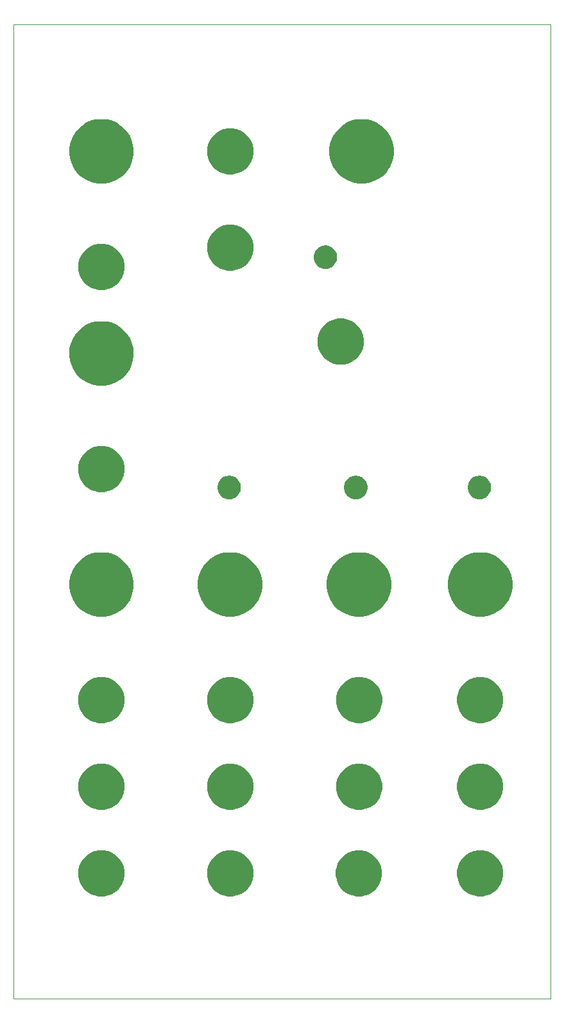
<source format=gbr>
G04 #@! TF.GenerationSoftware,KiCad,Pcbnew,(5.1.6)-1*
G04 #@! TF.CreationDate,2021-06-27T15:57:29+02:00*
G04 #@! TF.ProjectId,Panel,50616e65-6c2e-46b6-9963-61645f706362,rev?*
G04 #@! TF.SameCoordinates,Original*
G04 #@! TF.FileFunction,Soldermask,Bot*
G04 #@! TF.FilePolarity,Negative*
%FSLAX46Y46*%
G04 Gerber Fmt 4.6, Leading zero omitted, Abs format (unit mm)*
G04 Created by KiCad (PCBNEW (5.1.6)-1) date 2021-06-27 15:57:29*
%MOMM*%
%LPD*%
G01*
G04 APERTURE LIST*
G04 #@! TA.AperFunction,Profile*
%ADD10C,0.050000*%
G04 #@! TD*
%ADD11C,0.100000*%
G04 APERTURE END LIST*
D10*
X178570000Y-23910000D02*
X249420000Y-23910000D01*
X178570000Y-152400000D02*
X178570000Y-23910000D01*
X178570000Y-152400000D02*
X249420000Y-152400000D01*
X249420000Y-152400000D02*
X249420000Y-23910000D01*
D11*
G36*
X208049943Y-132956248D02*
G01*
X208605189Y-133186238D01*
X208605190Y-133186239D01*
X209104899Y-133520134D01*
X209529866Y-133945101D01*
X209529867Y-133945103D01*
X209863762Y-134444811D01*
X210093752Y-135000057D01*
X210211000Y-135589501D01*
X210211000Y-136190499D01*
X210093752Y-136779943D01*
X209863762Y-137335189D01*
X209863761Y-137335190D01*
X209529866Y-137834899D01*
X209104899Y-138259866D01*
X208853347Y-138427948D01*
X208605189Y-138593762D01*
X208049943Y-138823752D01*
X207460499Y-138941000D01*
X206859501Y-138941000D01*
X206270057Y-138823752D01*
X205714811Y-138593762D01*
X205466653Y-138427948D01*
X205215101Y-138259866D01*
X204790134Y-137834899D01*
X204456239Y-137335190D01*
X204456238Y-137335189D01*
X204226248Y-136779943D01*
X204109000Y-136190499D01*
X204109000Y-135589501D01*
X204226248Y-135000057D01*
X204456238Y-134444811D01*
X204790133Y-133945103D01*
X204790134Y-133945101D01*
X205215101Y-133520134D01*
X205714810Y-133186239D01*
X205714811Y-133186238D01*
X206270057Y-132956248D01*
X206859501Y-132839000D01*
X207460499Y-132839000D01*
X208049943Y-132956248D01*
G37*
G36*
X241019943Y-132956248D02*
G01*
X241575189Y-133186238D01*
X241575190Y-133186239D01*
X242074899Y-133520134D01*
X242499866Y-133945101D01*
X242499867Y-133945103D01*
X242833762Y-134444811D01*
X243063752Y-135000057D01*
X243181000Y-135589501D01*
X243181000Y-136190499D01*
X243063752Y-136779943D01*
X242833762Y-137335189D01*
X242833761Y-137335190D01*
X242499866Y-137834899D01*
X242074899Y-138259866D01*
X241823347Y-138427948D01*
X241575189Y-138593762D01*
X241019943Y-138823752D01*
X240430499Y-138941000D01*
X239829501Y-138941000D01*
X239240057Y-138823752D01*
X238684811Y-138593762D01*
X238436653Y-138427948D01*
X238185101Y-138259866D01*
X237760134Y-137834899D01*
X237426239Y-137335190D01*
X237426238Y-137335189D01*
X237196248Y-136779943D01*
X237079000Y-136190499D01*
X237079000Y-135589501D01*
X237196248Y-135000057D01*
X237426238Y-134444811D01*
X237760133Y-133945103D01*
X237760134Y-133945101D01*
X238185101Y-133520134D01*
X238684810Y-133186239D01*
X238684811Y-133186238D01*
X239240057Y-132956248D01*
X239829501Y-132839000D01*
X240430499Y-132839000D01*
X241019943Y-132956248D01*
G37*
G36*
X191039943Y-132956248D02*
G01*
X191595189Y-133186238D01*
X191595190Y-133186239D01*
X192094899Y-133520134D01*
X192519866Y-133945101D01*
X192519867Y-133945103D01*
X192853762Y-134444811D01*
X193083752Y-135000057D01*
X193201000Y-135589501D01*
X193201000Y-136190499D01*
X193083752Y-136779943D01*
X192853762Y-137335189D01*
X192853761Y-137335190D01*
X192519866Y-137834899D01*
X192094899Y-138259866D01*
X191843347Y-138427948D01*
X191595189Y-138593762D01*
X191039943Y-138823752D01*
X190450499Y-138941000D01*
X189849501Y-138941000D01*
X189260057Y-138823752D01*
X188704811Y-138593762D01*
X188456653Y-138427948D01*
X188205101Y-138259866D01*
X187780134Y-137834899D01*
X187446239Y-137335190D01*
X187446238Y-137335189D01*
X187216248Y-136779943D01*
X187099000Y-136190499D01*
X187099000Y-135589501D01*
X187216248Y-135000057D01*
X187446238Y-134444811D01*
X187780133Y-133945103D01*
X187780134Y-133945101D01*
X188205101Y-133520134D01*
X188704810Y-133186239D01*
X188704811Y-133186238D01*
X189260057Y-132956248D01*
X189849501Y-132839000D01*
X190450499Y-132839000D01*
X191039943Y-132956248D01*
G37*
G36*
X225009943Y-132956248D02*
G01*
X225565189Y-133186238D01*
X225565190Y-133186239D01*
X226064899Y-133520134D01*
X226489866Y-133945101D01*
X226489867Y-133945103D01*
X226823762Y-134444811D01*
X227053752Y-135000057D01*
X227171000Y-135589501D01*
X227171000Y-136190499D01*
X227053752Y-136779943D01*
X226823762Y-137335189D01*
X226823761Y-137335190D01*
X226489866Y-137834899D01*
X226064899Y-138259866D01*
X225813347Y-138427948D01*
X225565189Y-138593762D01*
X225009943Y-138823752D01*
X224420499Y-138941000D01*
X223819501Y-138941000D01*
X223230057Y-138823752D01*
X222674811Y-138593762D01*
X222426653Y-138427948D01*
X222175101Y-138259866D01*
X221750134Y-137834899D01*
X221416239Y-137335190D01*
X221416238Y-137335189D01*
X221186248Y-136779943D01*
X221069000Y-136190499D01*
X221069000Y-135589501D01*
X221186248Y-135000057D01*
X221416238Y-134444811D01*
X221750133Y-133945103D01*
X221750134Y-133945101D01*
X222175101Y-133520134D01*
X222674810Y-133186239D01*
X222674811Y-133186238D01*
X223230057Y-132956248D01*
X223819501Y-132839000D01*
X224420499Y-132839000D01*
X225009943Y-132956248D01*
G37*
G36*
X208049943Y-121526248D02*
G01*
X208605189Y-121756238D01*
X208605190Y-121756239D01*
X209104899Y-122090134D01*
X209529866Y-122515101D01*
X209529867Y-122515103D01*
X209863762Y-123014811D01*
X210093752Y-123570057D01*
X210211000Y-124159501D01*
X210211000Y-124760499D01*
X210093752Y-125349943D01*
X209863762Y-125905189D01*
X209863761Y-125905190D01*
X209529866Y-126404899D01*
X209104899Y-126829866D01*
X208853347Y-126997948D01*
X208605189Y-127163762D01*
X208049943Y-127393752D01*
X207460499Y-127511000D01*
X206859501Y-127511000D01*
X206270057Y-127393752D01*
X205714811Y-127163762D01*
X205466653Y-126997948D01*
X205215101Y-126829866D01*
X204790134Y-126404899D01*
X204456239Y-125905190D01*
X204456238Y-125905189D01*
X204226248Y-125349943D01*
X204109000Y-124760499D01*
X204109000Y-124159501D01*
X204226248Y-123570057D01*
X204456238Y-123014811D01*
X204790133Y-122515103D01*
X204790134Y-122515101D01*
X205215101Y-122090134D01*
X205714810Y-121756239D01*
X205714811Y-121756238D01*
X206270057Y-121526248D01*
X206859501Y-121409000D01*
X207460499Y-121409000D01*
X208049943Y-121526248D01*
G37*
G36*
X241019943Y-121526248D02*
G01*
X241575189Y-121756238D01*
X241575190Y-121756239D01*
X242074899Y-122090134D01*
X242499866Y-122515101D01*
X242499867Y-122515103D01*
X242833762Y-123014811D01*
X243063752Y-123570057D01*
X243181000Y-124159501D01*
X243181000Y-124760499D01*
X243063752Y-125349943D01*
X242833762Y-125905189D01*
X242833761Y-125905190D01*
X242499866Y-126404899D01*
X242074899Y-126829866D01*
X241823347Y-126997948D01*
X241575189Y-127163762D01*
X241019943Y-127393752D01*
X240430499Y-127511000D01*
X239829501Y-127511000D01*
X239240057Y-127393752D01*
X238684811Y-127163762D01*
X238436653Y-126997948D01*
X238185101Y-126829866D01*
X237760134Y-126404899D01*
X237426239Y-125905190D01*
X237426238Y-125905189D01*
X237196248Y-125349943D01*
X237079000Y-124760499D01*
X237079000Y-124159501D01*
X237196248Y-123570057D01*
X237426238Y-123014811D01*
X237760133Y-122515103D01*
X237760134Y-122515101D01*
X238185101Y-122090134D01*
X238684810Y-121756239D01*
X238684811Y-121756238D01*
X239240057Y-121526248D01*
X239829501Y-121409000D01*
X240430499Y-121409000D01*
X241019943Y-121526248D01*
G37*
G36*
X225059943Y-121526248D02*
G01*
X225615189Y-121756238D01*
X225615190Y-121756239D01*
X226114899Y-122090134D01*
X226539866Y-122515101D01*
X226539867Y-122515103D01*
X226873762Y-123014811D01*
X227103752Y-123570057D01*
X227221000Y-124159501D01*
X227221000Y-124760499D01*
X227103752Y-125349943D01*
X226873762Y-125905189D01*
X226873761Y-125905190D01*
X226539866Y-126404899D01*
X226114899Y-126829866D01*
X225863347Y-126997948D01*
X225615189Y-127163762D01*
X225059943Y-127393752D01*
X224470499Y-127511000D01*
X223869501Y-127511000D01*
X223280057Y-127393752D01*
X222724811Y-127163762D01*
X222476653Y-126997948D01*
X222225101Y-126829866D01*
X221800134Y-126404899D01*
X221466239Y-125905190D01*
X221466238Y-125905189D01*
X221236248Y-125349943D01*
X221119000Y-124760499D01*
X221119000Y-124159501D01*
X221236248Y-123570057D01*
X221466238Y-123014811D01*
X221800133Y-122515103D01*
X221800134Y-122515101D01*
X222225101Y-122090134D01*
X222724810Y-121756239D01*
X222724811Y-121756238D01*
X223280057Y-121526248D01*
X223869501Y-121409000D01*
X224470499Y-121409000D01*
X225059943Y-121526248D01*
G37*
G36*
X191039943Y-121526248D02*
G01*
X191595189Y-121756238D01*
X191595190Y-121756239D01*
X192094899Y-122090134D01*
X192519866Y-122515101D01*
X192519867Y-122515103D01*
X192853762Y-123014811D01*
X193083752Y-123570057D01*
X193201000Y-124159501D01*
X193201000Y-124760499D01*
X193083752Y-125349943D01*
X192853762Y-125905189D01*
X192853761Y-125905190D01*
X192519866Y-126404899D01*
X192094899Y-126829866D01*
X191843347Y-126997948D01*
X191595189Y-127163762D01*
X191039943Y-127393752D01*
X190450499Y-127511000D01*
X189849501Y-127511000D01*
X189260057Y-127393752D01*
X188704811Y-127163762D01*
X188456653Y-126997948D01*
X188205101Y-126829866D01*
X187780134Y-126404899D01*
X187446239Y-125905190D01*
X187446238Y-125905189D01*
X187216248Y-125349943D01*
X187099000Y-124760499D01*
X187099000Y-124159501D01*
X187216248Y-123570057D01*
X187446238Y-123014811D01*
X187780133Y-122515103D01*
X187780134Y-122515101D01*
X188205101Y-122090134D01*
X188704810Y-121756239D01*
X188704811Y-121756238D01*
X189260057Y-121526248D01*
X189849501Y-121409000D01*
X190450499Y-121409000D01*
X191039943Y-121526248D01*
G37*
G36*
X241019943Y-110096248D02*
G01*
X241575189Y-110326238D01*
X241575190Y-110326239D01*
X242074899Y-110660134D01*
X242499866Y-111085101D01*
X242499867Y-111085103D01*
X242833762Y-111584811D01*
X243063752Y-112140057D01*
X243181000Y-112729501D01*
X243181000Y-113330499D01*
X243063752Y-113919943D01*
X242833762Y-114475189D01*
X242833761Y-114475190D01*
X242499866Y-114974899D01*
X242074899Y-115399866D01*
X241823347Y-115567948D01*
X241575189Y-115733762D01*
X241019943Y-115963752D01*
X240430499Y-116081000D01*
X239829501Y-116081000D01*
X239240057Y-115963752D01*
X238684811Y-115733762D01*
X238436653Y-115567948D01*
X238185101Y-115399866D01*
X237760134Y-114974899D01*
X237426239Y-114475190D01*
X237426238Y-114475189D01*
X237196248Y-113919943D01*
X237079000Y-113330499D01*
X237079000Y-112729501D01*
X237196248Y-112140057D01*
X237426238Y-111584811D01*
X237760133Y-111085103D01*
X237760134Y-111085101D01*
X238185101Y-110660134D01*
X238684810Y-110326239D01*
X238684811Y-110326238D01*
X239240057Y-110096248D01*
X239829501Y-109979000D01*
X240430499Y-109979000D01*
X241019943Y-110096248D01*
G37*
G36*
X225059943Y-110096248D02*
G01*
X225615189Y-110326238D01*
X225615190Y-110326239D01*
X226114899Y-110660134D01*
X226539866Y-111085101D01*
X226539867Y-111085103D01*
X226873762Y-111584811D01*
X227103752Y-112140057D01*
X227221000Y-112729501D01*
X227221000Y-113330499D01*
X227103752Y-113919943D01*
X226873762Y-114475189D01*
X226873761Y-114475190D01*
X226539866Y-114974899D01*
X226114899Y-115399866D01*
X225863347Y-115567948D01*
X225615189Y-115733762D01*
X225059943Y-115963752D01*
X224470499Y-116081000D01*
X223869501Y-116081000D01*
X223280057Y-115963752D01*
X222724811Y-115733762D01*
X222476653Y-115567948D01*
X222225101Y-115399866D01*
X221800134Y-114974899D01*
X221466239Y-114475190D01*
X221466238Y-114475189D01*
X221236248Y-113919943D01*
X221119000Y-113330499D01*
X221119000Y-112729501D01*
X221236248Y-112140057D01*
X221466238Y-111584811D01*
X221800133Y-111085103D01*
X221800134Y-111085101D01*
X222225101Y-110660134D01*
X222724810Y-110326239D01*
X222724811Y-110326238D01*
X223280057Y-110096248D01*
X223869501Y-109979000D01*
X224470499Y-109979000D01*
X225059943Y-110096248D01*
G37*
G36*
X208049943Y-110096248D02*
G01*
X208605189Y-110326238D01*
X208605190Y-110326239D01*
X209104899Y-110660134D01*
X209529866Y-111085101D01*
X209529867Y-111085103D01*
X209863762Y-111584811D01*
X210093752Y-112140057D01*
X210211000Y-112729501D01*
X210211000Y-113330499D01*
X210093752Y-113919943D01*
X209863762Y-114475189D01*
X209863761Y-114475190D01*
X209529866Y-114974899D01*
X209104899Y-115399866D01*
X208853347Y-115567948D01*
X208605189Y-115733762D01*
X208049943Y-115963752D01*
X207460499Y-116081000D01*
X206859501Y-116081000D01*
X206270057Y-115963752D01*
X205714811Y-115733762D01*
X205466653Y-115567948D01*
X205215101Y-115399866D01*
X204790134Y-114974899D01*
X204456239Y-114475190D01*
X204456238Y-114475189D01*
X204226248Y-113919943D01*
X204109000Y-113330499D01*
X204109000Y-112729501D01*
X204226248Y-112140057D01*
X204456238Y-111584811D01*
X204790133Y-111085103D01*
X204790134Y-111085101D01*
X205215101Y-110660134D01*
X205714810Y-110326239D01*
X205714811Y-110326238D01*
X206270057Y-110096248D01*
X206859501Y-109979000D01*
X207460499Y-109979000D01*
X208049943Y-110096248D01*
G37*
G36*
X191039943Y-110096248D02*
G01*
X191595189Y-110326238D01*
X191595190Y-110326239D01*
X192094899Y-110660134D01*
X192519866Y-111085101D01*
X192519867Y-111085103D01*
X192853762Y-111584811D01*
X193083752Y-112140057D01*
X193201000Y-112729501D01*
X193201000Y-113330499D01*
X193083752Y-113919943D01*
X192853762Y-114475189D01*
X192853761Y-114475190D01*
X192519866Y-114974899D01*
X192094899Y-115399866D01*
X191843347Y-115567948D01*
X191595189Y-115733762D01*
X191039943Y-115963752D01*
X190450499Y-116081000D01*
X189849501Y-116081000D01*
X189260057Y-115963752D01*
X188704811Y-115733762D01*
X188456653Y-115567948D01*
X188205101Y-115399866D01*
X187780134Y-114974899D01*
X187446239Y-114475190D01*
X187446238Y-114475189D01*
X187216248Y-113919943D01*
X187099000Y-113330499D01*
X187099000Y-112729501D01*
X187216248Y-112140057D01*
X187446238Y-111584811D01*
X187780133Y-111085103D01*
X187780134Y-111085101D01*
X188205101Y-110660134D01*
X188704810Y-110326239D01*
X188704811Y-110326238D01*
X189260057Y-110096248D01*
X189849501Y-109979000D01*
X190450499Y-109979000D01*
X191039943Y-110096248D01*
G37*
G36*
X207939329Y-93620682D02*
G01*
X208349971Y-93702363D01*
X209123604Y-94022812D01*
X209819855Y-94488033D01*
X210411967Y-95080145D01*
X210877188Y-95776396D01*
X211197637Y-96550029D01*
X211361000Y-97371313D01*
X211361000Y-98208687D01*
X211197637Y-99029971D01*
X210877188Y-99803604D01*
X210411967Y-100499855D01*
X209819855Y-101091967D01*
X209123604Y-101557188D01*
X208349971Y-101877637D01*
X207939329Y-101959318D01*
X207528688Y-102041000D01*
X206691312Y-102041000D01*
X206280671Y-101959318D01*
X205870029Y-101877637D01*
X205096396Y-101557188D01*
X204400145Y-101091967D01*
X203808033Y-100499855D01*
X203342812Y-99803604D01*
X203022363Y-99029971D01*
X202859000Y-98208687D01*
X202859000Y-97371313D01*
X203022363Y-96550029D01*
X203342812Y-95776396D01*
X203808033Y-95080145D01*
X204400145Y-94488033D01*
X205096396Y-94022812D01*
X205870029Y-93702363D01*
X206280671Y-93620681D01*
X206691312Y-93539000D01*
X207528688Y-93539000D01*
X207939329Y-93620682D01*
G37*
G36*
X190979329Y-93620682D02*
G01*
X191389971Y-93702363D01*
X192163604Y-94022812D01*
X192859855Y-94488033D01*
X193451967Y-95080145D01*
X193917188Y-95776396D01*
X194237637Y-96550029D01*
X194401000Y-97371313D01*
X194401000Y-98208687D01*
X194237637Y-99029971D01*
X193917188Y-99803604D01*
X193451967Y-100499855D01*
X192859855Y-101091967D01*
X192163604Y-101557188D01*
X191389971Y-101877637D01*
X190979329Y-101959318D01*
X190568688Y-102041000D01*
X189731312Y-102041000D01*
X189320671Y-101959318D01*
X188910029Y-101877637D01*
X188136396Y-101557188D01*
X187440145Y-101091967D01*
X186848033Y-100499855D01*
X186382812Y-99803604D01*
X186062363Y-99029971D01*
X185899000Y-98208687D01*
X185899000Y-97371313D01*
X186062363Y-96550029D01*
X186382812Y-95776396D01*
X186848033Y-95080145D01*
X187440145Y-94488033D01*
X188136396Y-94022812D01*
X188910029Y-93702363D01*
X189320671Y-93620681D01*
X189731312Y-93539000D01*
X190568688Y-93539000D01*
X190979329Y-93620682D01*
G37*
G36*
X240959329Y-93620682D02*
G01*
X241369971Y-93702363D01*
X242143604Y-94022812D01*
X242839855Y-94488033D01*
X243431967Y-95080145D01*
X243897188Y-95776396D01*
X244217637Y-96550029D01*
X244381000Y-97371313D01*
X244381000Y-98208687D01*
X244217637Y-99029971D01*
X243897188Y-99803604D01*
X243431967Y-100499855D01*
X242839855Y-101091967D01*
X242143604Y-101557188D01*
X241369971Y-101877637D01*
X240959329Y-101959318D01*
X240548688Y-102041000D01*
X239711312Y-102041000D01*
X239300671Y-101959318D01*
X238890029Y-101877637D01*
X238116396Y-101557188D01*
X237420145Y-101091967D01*
X236828033Y-100499855D01*
X236362812Y-99803604D01*
X236042363Y-99029971D01*
X235879000Y-98208687D01*
X235879000Y-97371313D01*
X236042363Y-96550029D01*
X236362812Y-95776396D01*
X236828033Y-95080145D01*
X237420145Y-94488033D01*
X238116396Y-94022812D01*
X238890029Y-93702363D01*
X239300671Y-93620681D01*
X239711312Y-93539000D01*
X240548688Y-93539000D01*
X240959329Y-93620682D01*
G37*
G36*
X224969329Y-93620682D02*
G01*
X225379971Y-93702363D01*
X226153604Y-94022812D01*
X226849855Y-94488033D01*
X227441967Y-95080145D01*
X227907188Y-95776396D01*
X228227637Y-96550029D01*
X228391000Y-97371313D01*
X228391000Y-98208687D01*
X228227637Y-99029971D01*
X227907188Y-99803604D01*
X227441967Y-100499855D01*
X226849855Y-101091967D01*
X226153604Y-101557188D01*
X225379971Y-101877637D01*
X224969329Y-101959318D01*
X224558688Y-102041000D01*
X223721312Y-102041000D01*
X223310671Y-101959318D01*
X222900029Y-101877637D01*
X222126396Y-101557188D01*
X221430145Y-101091967D01*
X220838033Y-100499855D01*
X220372812Y-99803604D01*
X220052363Y-99029971D01*
X219889000Y-98208687D01*
X219889000Y-97371313D01*
X220052363Y-96550029D01*
X220372812Y-95776396D01*
X220838033Y-95080145D01*
X221430145Y-94488033D01*
X222126396Y-94022812D01*
X222900029Y-93702363D01*
X223310671Y-93620681D01*
X223721312Y-93539000D01*
X224558688Y-93539000D01*
X224969329Y-93620682D01*
G37*
G36*
X240332585Y-83468802D02*
G01*
X240482410Y-83498604D01*
X240764674Y-83615521D01*
X241018705Y-83785259D01*
X241234741Y-84001295D01*
X241404479Y-84255326D01*
X241521396Y-84537590D01*
X241581000Y-84837240D01*
X241581000Y-85142760D01*
X241521396Y-85442410D01*
X241404479Y-85724674D01*
X241234741Y-85978705D01*
X241018705Y-86194741D01*
X240764674Y-86364479D01*
X240482410Y-86481396D01*
X240332585Y-86511198D01*
X240182761Y-86541000D01*
X239877239Y-86541000D01*
X239727415Y-86511198D01*
X239577590Y-86481396D01*
X239295326Y-86364479D01*
X239041295Y-86194741D01*
X238825259Y-85978705D01*
X238655521Y-85724674D01*
X238538604Y-85442410D01*
X238479000Y-85142760D01*
X238479000Y-84837240D01*
X238538604Y-84537590D01*
X238655521Y-84255326D01*
X238825259Y-84001295D01*
X239041295Y-83785259D01*
X239295326Y-83615521D01*
X239577590Y-83498604D01*
X239727415Y-83468802D01*
X239877239Y-83439000D01*
X240182761Y-83439000D01*
X240332585Y-83468802D01*
G37*
G36*
X224022585Y-83468802D02*
G01*
X224172410Y-83498604D01*
X224454674Y-83615521D01*
X224708705Y-83785259D01*
X224924741Y-84001295D01*
X225094479Y-84255326D01*
X225211396Y-84537590D01*
X225271000Y-84837240D01*
X225271000Y-85142760D01*
X225211396Y-85442410D01*
X225094479Y-85724674D01*
X224924741Y-85978705D01*
X224708705Y-86194741D01*
X224454674Y-86364479D01*
X224172410Y-86481396D01*
X224022585Y-86511198D01*
X223872761Y-86541000D01*
X223567239Y-86541000D01*
X223417415Y-86511198D01*
X223267590Y-86481396D01*
X222985326Y-86364479D01*
X222731295Y-86194741D01*
X222515259Y-85978705D01*
X222345521Y-85724674D01*
X222228604Y-85442410D01*
X222169000Y-85142760D01*
X222169000Y-84837240D01*
X222228604Y-84537590D01*
X222345521Y-84255326D01*
X222515259Y-84001295D01*
X222731295Y-83785259D01*
X222985326Y-83615521D01*
X223267590Y-83498604D01*
X223417415Y-83468802D01*
X223567239Y-83439000D01*
X223872761Y-83439000D01*
X224022585Y-83468802D01*
G37*
G36*
X207312585Y-83468802D02*
G01*
X207462410Y-83498604D01*
X207744674Y-83615521D01*
X207998705Y-83785259D01*
X208214741Y-84001295D01*
X208384479Y-84255326D01*
X208501396Y-84537590D01*
X208561000Y-84837240D01*
X208561000Y-85142760D01*
X208501396Y-85442410D01*
X208384479Y-85724674D01*
X208214741Y-85978705D01*
X207998705Y-86194741D01*
X207744674Y-86364479D01*
X207462410Y-86481396D01*
X207312585Y-86511198D01*
X207162761Y-86541000D01*
X206857239Y-86541000D01*
X206707415Y-86511198D01*
X206557590Y-86481396D01*
X206275326Y-86364479D01*
X206021295Y-86194741D01*
X205805259Y-85978705D01*
X205635521Y-85724674D01*
X205518604Y-85442410D01*
X205459000Y-85142760D01*
X205459000Y-84837240D01*
X205518604Y-84537590D01*
X205635521Y-84255326D01*
X205805259Y-84001295D01*
X206021295Y-83785259D01*
X206275326Y-83615521D01*
X206557590Y-83498604D01*
X206707415Y-83468802D01*
X206857239Y-83439000D01*
X207162761Y-83439000D01*
X207312585Y-83468802D01*
G37*
G36*
X191039943Y-79616248D02*
G01*
X191595189Y-79846238D01*
X191595190Y-79846239D01*
X192094899Y-80180134D01*
X192519866Y-80605101D01*
X192519867Y-80605103D01*
X192853762Y-81104811D01*
X193083752Y-81660057D01*
X193201000Y-82249501D01*
X193201000Y-82850499D01*
X193083752Y-83439943D01*
X192853762Y-83995189D01*
X192853761Y-83995190D01*
X192519866Y-84494899D01*
X192094899Y-84919866D01*
X191843347Y-85087948D01*
X191595189Y-85253762D01*
X191039943Y-85483752D01*
X190450499Y-85601000D01*
X189849501Y-85601000D01*
X189260057Y-85483752D01*
X188704811Y-85253762D01*
X188456653Y-85087948D01*
X188205101Y-84919866D01*
X187780134Y-84494899D01*
X187446239Y-83995190D01*
X187446238Y-83995189D01*
X187216248Y-83439943D01*
X187099000Y-82850499D01*
X187099000Y-82249501D01*
X187216248Y-81660057D01*
X187446238Y-81104811D01*
X187780133Y-80605103D01*
X187780134Y-80605101D01*
X188205101Y-80180134D01*
X188704810Y-79846239D01*
X188704811Y-79846238D01*
X189260057Y-79616248D01*
X189849501Y-79499000D01*
X190450499Y-79499000D01*
X191039943Y-79616248D01*
G37*
G36*
X190979329Y-63140682D02*
G01*
X191389971Y-63222363D01*
X192163604Y-63542812D01*
X192859855Y-64008033D01*
X193451967Y-64600145D01*
X193917188Y-65296396D01*
X194225404Y-66040497D01*
X194237637Y-66070030D01*
X194349011Y-66629943D01*
X194401000Y-66891313D01*
X194401000Y-67728687D01*
X194237637Y-68549971D01*
X193917188Y-69323604D01*
X193451967Y-70019855D01*
X192859855Y-70611967D01*
X192163604Y-71077188D01*
X191389971Y-71397637D01*
X190979329Y-71479319D01*
X190568688Y-71561000D01*
X189731312Y-71561000D01*
X189320671Y-71479319D01*
X188910029Y-71397637D01*
X188136396Y-71077188D01*
X187440145Y-70611967D01*
X186848033Y-70019855D01*
X186382812Y-69323604D01*
X186062363Y-68549971D01*
X185899000Y-67728687D01*
X185899000Y-66891313D01*
X185950990Y-66629943D01*
X186062363Y-66070030D01*
X186074596Y-66040497D01*
X186382812Y-65296396D01*
X186848033Y-64600145D01*
X187440145Y-64008033D01*
X188136396Y-63542812D01*
X188910029Y-63222363D01*
X189320671Y-63140682D01*
X189731312Y-63059000D01*
X190568688Y-63059000D01*
X190979329Y-63140682D01*
G37*
G36*
X222619943Y-62806248D02*
G01*
X223175189Y-63036238D01*
X223423347Y-63202052D01*
X223674899Y-63370134D01*
X224099866Y-63795101D01*
X224099867Y-63795103D01*
X224433762Y-64294811D01*
X224663752Y-64850057D01*
X224781000Y-65439501D01*
X224781000Y-66040499D01*
X224663752Y-66629943D01*
X224433762Y-67185189D01*
X224433761Y-67185190D01*
X224099866Y-67684899D01*
X223674899Y-68109866D01*
X223423347Y-68277948D01*
X223175189Y-68443762D01*
X222619943Y-68673752D01*
X222030499Y-68791000D01*
X221429501Y-68791000D01*
X220840057Y-68673752D01*
X220284811Y-68443762D01*
X220036653Y-68277948D01*
X219785101Y-68109866D01*
X219360134Y-67684899D01*
X219026239Y-67185190D01*
X219026238Y-67185189D01*
X218796248Y-66629943D01*
X218679000Y-66040499D01*
X218679000Y-65439501D01*
X218796248Y-64850057D01*
X219026238Y-64294811D01*
X219360133Y-63795103D01*
X219360134Y-63795101D01*
X219785101Y-63370134D01*
X220036653Y-63202052D01*
X220284811Y-63036238D01*
X220840057Y-62806248D01*
X221429501Y-62689000D01*
X222030499Y-62689000D01*
X222619943Y-62806248D01*
G37*
G36*
X191039943Y-52946248D02*
G01*
X191595189Y-53176238D01*
X191595190Y-53176239D01*
X192094899Y-53510134D01*
X192519866Y-53935101D01*
X192519867Y-53935103D01*
X192853762Y-54434811D01*
X193083752Y-54990057D01*
X193201000Y-55579501D01*
X193201000Y-56180499D01*
X193083752Y-56769943D01*
X192853762Y-57325189D01*
X192853761Y-57325190D01*
X192519866Y-57824899D01*
X192094899Y-58249866D01*
X191843347Y-58417948D01*
X191595189Y-58583762D01*
X191039943Y-58813752D01*
X190450499Y-58931000D01*
X189849501Y-58931000D01*
X189260057Y-58813752D01*
X188704811Y-58583762D01*
X188456653Y-58417948D01*
X188205101Y-58249866D01*
X187780134Y-57824899D01*
X187446239Y-57325190D01*
X187446238Y-57325189D01*
X187216248Y-56769943D01*
X187099000Y-56180499D01*
X187099000Y-55579501D01*
X187216248Y-54990057D01*
X187446238Y-54434811D01*
X187780133Y-53935103D01*
X187780134Y-53935101D01*
X188205101Y-53510134D01*
X188704810Y-53176239D01*
X188704811Y-53176238D01*
X189260057Y-52946248D01*
X189849501Y-52829000D01*
X190450499Y-52829000D01*
X191039943Y-52946248D01*
G37*
G36*
X208049943Y-50406248D02*
G01*
X208605189Y-50636238D01*
X208605190Y-50636239D01*
X209104899Y-50970134D01*
X209529866Y-51395101D01*
X209529867Y-51395103D01*
X209863762Y-51894811D01*
X210093752Y-52450057D01*
X210211000Y-53039501D01*
X210211000Y-53640499D01*
X210093752Y-54229943D01*
X209863762Y-54785189D01*
X209863761Y-54785190D01*
X209529866Y-55284899D01*
X209104899Y-55709866D01*
X208853347Y-55877948D01*
X208605189Y-56043762D01*
X208049943Y-56273752D01*
X207460499Y-56391000D01*
X206859501Y-56391000D01*
X206270057Y-56273752D01*
X205714811Y-56043762D01*
X205466653Y-55877948D01*
X205215101Y-55709866D01*
X204790134Y-55284899D01*
X204456239Y-54785190D01*
X204456238Y-54785189D01*
X204226248Y-54229943D01*
X204109000Y-53640499D01*
X204109000Y-53039501D01*
X204226248Y-52450057D01*
X204456238Y-51894811D01*
X204790133Y-51395103D01*
X204790134Y-51395101D01*
X205215101Y-50970134D01*
X205714810Y-50636239D01*
X205714811Y-50636238D01*
X206270057Y-50406248D01*
X206859501Y-50289000D01*
X207460499Y-50289000D01*
X208049943Y-50406248D01*
G37*
G36*
X220012585Y-53088802D02*
G01*
X220162410Y-53118604D01*
X220444674Y-53235521D01*
X220698705Y-53405259D01*
X220914741Y-53621295D01*
X221084479Y-53875326D01*
X221109238Y-53935101D01*
X221201396Y-54157591D01*
X221261000Y-54457239D01*
X221261000Y-54762761D01*
X221231198Y-54912585D01*
X221201396Y-55062410D01*
X221084479Y-55344674D01*
X220914741Y-55598705D01*
X220698705Y-55814741D01*
X220444674Y-55984479D01*
X220162410Y-56101396D01*
X220012585Y-56131198D01*
X219862761Y-56161000D01*
X219557239Y-56161000D01*
X219407415Y-56131198D01*
X219257590Y-56101396D01*
X218975326Y-55984479D01*
X218721295Y-55814741D01*
X218505259Y-55598705D01*
X218335521Y-55344674D01*
X218218604Y-55062410D01*
X218188802Y-54912585D01*
X218159000Y-54762761D01*
X218159000Y-54457239D01*
X218218604Y-54157591D01*
X218310762Y-53935101D01*
X218335521Y-53875326D01*
X218505259Y-53621295D01*
X218721295Y-53405259D01*
X218975326Y-53235521D01*
X219257590Y-53118604D01*
X219407415Y-53088802D01*
X219557239Y-53059000D01*
X219862761Y-53059000D01*
X220012585Y-53088802D01*
G37*
G36*
X225319329Y-36470681D02*
G01*
X225729971Y-36552363D01*
X226503604Y-36872812D01*
X227061362Y-37245494D01*
X227199854Y-37338032D01*
X227791968Y-37930146D01*
X227796039Y-37936239D01*
X228257188Y-38626396D01*
X228577637Y-39400029D01*
X228741000Y-40221313D01*
X228741000Y-41058687D01*
X228577637Y-41879971D01*
X228257188Y-42653604D01*
X228019140Y-43009867D01*
X227796039Y-43343762D01*
X227791967Y-43349855D01*
X227199855Y-43941967D01*
X226503604Y-44407188D01*
X225729971Y-44727637D01*
X225319329Y-44809318D01*
X224908688Y-44891000D01*
X224071312Y-44891000D01*
X223660671Y-44809318D01*
X223250029Y-44727637D01*
X222476396Y-44407188D01*
X221780145Y-43941967D01*
X221188033Y-43349855D01*
X221183962Y-43343762D01*
X220960860Y-43009867D01*
X220722812Y-42653604D01*
X220402363Y-41879971D01*
X220239000Y-41058687D01*
X220239000Y-40221313D01*
X220402363Y-39400029D01*
X220722812Y-38626396D01*
X221183961Y-37936239D01*
X221188032Y-37930146D01*
X221780146Y-37338032D01*
X221918638Y-37245494D01*
X222476396Y-36872812D01*
X223250029Y-36552363D01*
X223660671Y-36470681D01*
X224071312Y-36389000D01*
X224908688Y-36389000D01*
X225319329Y-36470681D01*
G37*
G36*
X190979329Y-36470681D02*
G01*
X191389971Y-36552363D01*
X192163604Y-36872812D01*
X192721362Y-37245494D01*
X192859854Y-37338032D01*
X193451968Y-37930146D01*
X193456039Y-37936239D01*
X193917188Y-38626396D01*
X194237637Y-39400029D01*
X194401000Y-40221313D01*
X194401000Y-41058687D01*
X194237637Y-41879971D01*
X193917188Y-42653604D01*
X193679140Y-43009867D01*
X193456039Y-43343762D01*
X193451967Y-43349855D01*
X192859855Y-43941967D01*
X192163604Y-44407188D01*
X191389971Y-44727637D01*
X190979329Y-44809318D01*
X190568688Y-44891000D01*
X189731312Y-44891000D01*
X189320671Y-44809318D01*
X188910029Y-44727637D01*
X188136396Y-44407188D01*
X187440145Y-43941967D01*
X186848033Y-43349855D01*
X186843962Y-43343762D01*
X186620860Y-43009867D01*
X186382812Y-42653604D01*
X186062363Y-41879971D01*
X185899000Y-41058687D01*
X185899000Y-40221313D01*
X186062363Y-39400029D01*
X186382812Y-38626396D01*
X186843961Y-37936239D01*
X186848032Y-37930146D01*
X187440146Y-37338032D01*
X187578638Y-37245494D01*
X188136396Y-36872812D01*
X188910029Y-36552363D01*
X189320671Y-36470681D01*
X189731312Y-36389000D01*
X190568688Y-36389000D01*
X190979329Y-36470681D01*
G37*
G36*
X208049943Y-37706248D02*
G01*
X208605189Y-37936238D01*
X208605190Y-37936239D01*
X209104899Y-38270134D01*
X209529866Y-38695101D01*
X209529867Y-38695103D01*
X209863762Y-39194811D01*
X210093752Y-39750057D01*
X210211000Y-40339501D01*
X210211000Y-40940499D01*
X210093752Y-41529943D01*
X209863762Y-42085189D01*
X209863761Y-42085190D01*
X209529866Y-42584899D01*
X209104899Y-43009866D01*
X208853347Y-43177948D01*
X208605189Y-43343762D01*
X208049943Y-43573752D01*
X207460499Y-43691000D01*
X206859501Y-43691000D01*
X206270057Y-43573752D01*
X205714811Y-43343762D01*
X205466653Y-43177948D01*
X205215101Y-43009866D01*
X204790134Y-42584899D01*
X204456239Y-42085190D01*
X204456238Y-42085189D01*
X204226248Y-41529943D01*
X204109000Y-40940499D01*
X204109000Y-40339501D01*
X204226248Y-39750057D01*
X204456238Y-39194811D01*
X204790133Y-38695103D01*
X204790134Y-38695101D01*
X205215101Y-38270134D01*
X205714810Y-37936239D01*
X205714811Y-37936238D01*
X206270057Y-37706248D01*
X206859501Y-37589000D01*
X207460499Y-37589000D01*
X208049943Y-37706248D01*
G37*
M02*

</source>
